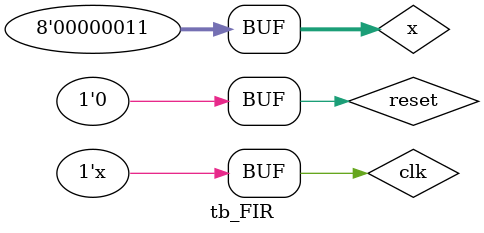
<source format=v>

module tb_FIR();
	reg reset;
	reg clk;
	reg [7:0] x;
	wire [7:0] y; 
	wire [7:0] y_net;

	FIR fir(reset, clk, x,y);
	FIR_net net_fir(reset, clk, x,y_net);
		
	initial begin
		clk = 0;
		reset = 1;
		x = 8'h45;
		#100
		reset = 0;
		#100
		x = 8'hf5;
		#100
		x = 8'hfe;
		#100
		x = 8'h03;	
	end
		
	always #10 clk = ~clk;
endmodule
		

	
</source>
